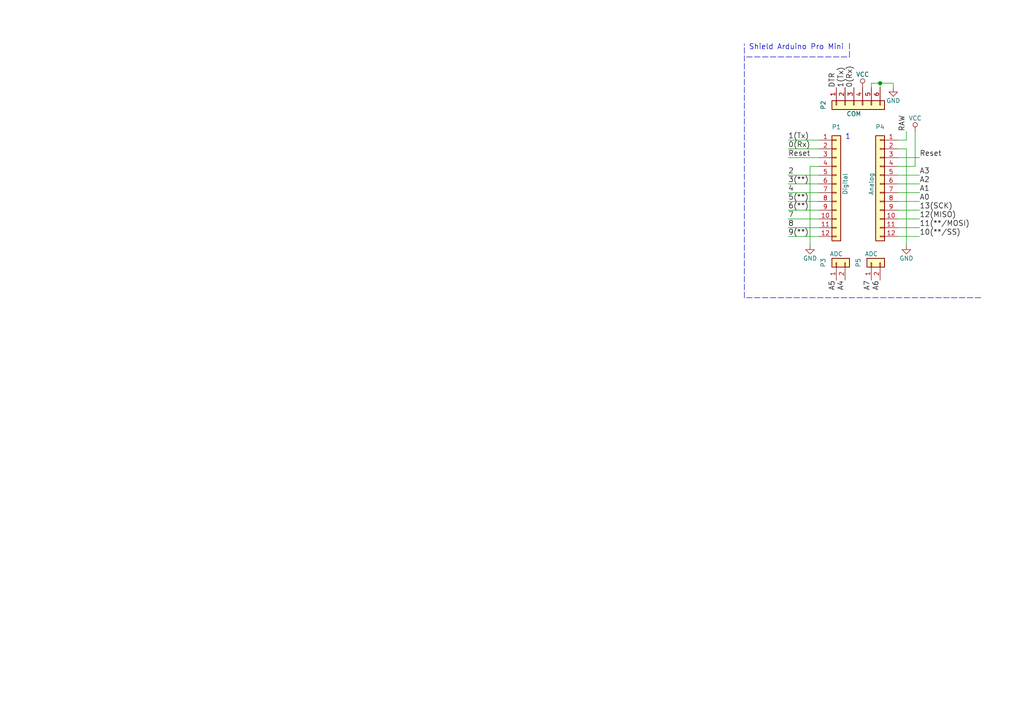
<source format=kicad_sch>
(kicad_sch (version 20210126) (generator eeschema)
  (paper "A4")
  (title_block (date "sam. 04 avril 2015"))
  (lib_symbols
    (symbol "Connector_Generic:Conn_01x02" (pin_names (offset 1.016) hide)
      (property "Reference" "J" (at 0 2.54 0))
      (property "Value" "Conn_01x02" (at 0 -5.08 0))
      (symbol "Conn_01x02_1_1"
        (rectangle (start -1.27 -2.413) (end 0 -2.667) (stroke (width 0.1524)))
        (rectangle (start -1.27 0.127) (end 0 -0.127) (stroke (width 0.1524)))
        (rectangle (start -1.27 1.27) (end 1.27 -3.81) (stroke (width 0.254)) (fill (type background)))
        (pin passive line (at -5.08 0 0) (length 3.81) (name "Pin_1") (number "1"))
        (pin passive line (at -5.08 -2.54 0) (length 3.81) (name "Pin_2") (number "2"))
      )
    )
    (symbol "Connector_Generic:Conn_01x06" (pin_names (offset 1.016) hide)
      (property "Reference" "J" (at 0 7.62 0))
      (property "Value" "Conn_01x06" (at 0 -10.16 0))
      (symbol "Conn_01x06_1_1"
        (rectangle (start -1.27 -4.953) (end 0 -5.207) (stroke (width 0.1524)))
        (rectangle (start -1.27 -7.493) (end 0 -7.747) (stroke (width 0.1524)))
        (rectangle (start -1.27 -2.413) (end 0 -2.667) (stroke (width 0.1524)))
        (rectangle (start -1.27 2.667) (end 0 2.413) (stroke (width 0.1524)))
        (rectangle (start -1.27 5.207) (end 0 4.953) (stroke (width 0.1524)))
        (rectangle (start -1.27 6.35) (end 1.27 -8.89) (stroke (width 0.254)) (fill (type background)))
        (rectangle (start -1.27 0.127) (end 0 -0.127) (stroke (width 0.1524)))
        (pin passive line (at -5.08 5.08 0) (length 3.81) (name "Pin_1") (number "1"))
        (pin passive line (at -5.08 2.54 0) (length 3.81) (name "Pin_2") (number "2"))
        (pin passive line (at -5.08 0 0) (length 3.81) (name "Pin_3") (number "3"))
        (pin passive line (at -5.08 -2.54 0) (length 3.81) (name "Pin_4") (number "4"))
        (pin passive line (at -5.08 -5.08 0) (length 3.81) (name "Pin_5") (number "5"))
        (pin passive line (at -5.08 -7.62 0) (length 3.81) (name "Pin_6") (number "6"))
      )
    )
    (symbol "Connector_Generic:Conn_01x12" (pin_names (offset 1.016) hide)
      (property "Reference" "J" (at 0 15.24 0))
      (property "Value" "Conn_01x12" (at 0 -17.78 0))
      (symbol "Conn_01x12_1_1"
        (rectangle (start -1.27 -4.953) (end 0 -5.207) (stroke (width 0.1524)))
        (rectangle (start -1.27 -7.493) (end 0 -7.747) (stroke (width 0.1524)))
        (rectangle (start -1.27 -10.033) (end 0 -10.287) (stroke (width 0.1524)))
        (rectangle (start -1.27 -12.573) (end 0 -12.827) (stroke (width 0.1524)))
        (rectangle (start -1.27 -15.113) (end 0 -15.367) (stroke (width 0.1524)))
        (rectangle (start -1.27 -2.413) (end 0 -2.667) (stroke (width 0.1524)))
        (rectangle (start -1.27 2.667) (end 0 2.413) (stroke (width 0.1524)))
        (rectangle (start -1.27 5.207) (end 0 4.953) (stroke (width 0.1524)))
        (rectangle (start -1.27 7.747) (end 0 7.493) (stroke (width 0.1524)))
        (rectangle (start -1.27 10.287) (end 0 10.033) (stroke (width 0.1524)))
        (rectangle (start -1.27 0.127) (end 0 -0.127) (stroke (width 0.1524)))
        (rectangle (start -1.27 12.827) (end 0 12.573) (stroke (width 0.1524)))
        (rectangle (start -1.27 13.97) (end 1.27 -16.51) (stroke (width 0.254)) (fill (type background)))
        (pin passive line (at -5.08 12.7 0) (length 3.81) (name "Pin_1") (number "1"))
        (pin passive line (at -5.08 -10.16 0) (length 3.81) (name "Pin_10") (number "10"))
        (pin passive line (at -5.08 -12.7 0) (length 3.81) (name "Pin_11") (number "11"))
        (pin passive line (at -5.08 -15.24 0) (length 3.81) (name "Pin_12") (number "12"))
        (pin passive line (at -5.08 10.16 0) (length 3.81) (name "Pin_2") (number "2"))
        (pin passive line (at -5.08 7.62 0) (length 3.81) (name "Pin_3") (number "3"))
        (pin passive line (at -5.08 5.08 0) (length 3.81) (name "Pin_4") (number "4"))
        (pin passive line (at -5.08 2.54 0) (length 3.81) (name "Pin_5") (number "5"))
        (pin passive line (at -5.08 0 0) (length 3.81) (name "Pin_6") (number "6"))
        (pin passive line (at -5.08 -2.54 0) (length 3.81) (name "Pin_7") (number "7"))
        (pin passive line (at -5.08 -5.08 0) (length 3.81) (name "Pin_8") (number "8"))
        (pin passive line (at -5.08 -7.62 0) (length 3.81) (name "Pin_9") (number "9"))
      )
    )
    (symbol "power:GND" (power) (pin_names (offset 0))
      (property "Value" "GND" (at 0 -3.81 0))
      (symbol "GND_0_1"
        (polyline (pts (xy 0 0) (xy 0 -1.27) (xy 1.27 -1.27) (xy 0 -2.54) (xy -1.27 -1.27) (xy 0 -1.27)))
      )
      (symbol "GND_1_1"
        (pin power_in line (at 0 0 270) (length 0) hide (name "GND") (number "1"))
      )
    )
    (symbol "power:VCC" (power) (pin_names (offset 0))
      (property "Value" "VCC" (at 0 3.81 0))
      (symbol "VCC_0_1"
        (circle (center 0 1.905) (radius 0.635))
        (polyline (pts (xy 0 0) (xy 0 1.27)))
      )
      (symbol "VCC_1_1"
        (pin power_in line (at 0 0 90) (length 0) hide (name "VCC") (number "1"))
      )
    )
  )
  (junction (at 255.27 24.13) (diameter 1.016))
  (wire (pts (xy 228.6 43.18) (xy 237.49 43.18)))
  (wire (pts (xy 228.6 50.8) (xy 237.49 50.8)))
  (wire (pts (xy 228.6 58.42) (xy 237.49 58.42)))
  (wire (pts (xy 228.6 63.5) (xy 237.49 63.5)))
  (wire (pts (xy 234.95 48.26) (xy 234.95 71.12)))
  (wire (pts (xy 237.49 40.64) (xy 228.6 40.64)))
  (wire (pts (xy 237.49 45.72) (xy 228.6 45.72)))
  (wire (pts (xy 237.49 48.26) (xy 234.95 48.26)))
  (wire (pts (xy 237.49 53.34) (xy 228.6 53.34)))
  (wire (pts (xy 237.49 55.88) (xy 228.6 55.88)))
  (wire (pts (xy 237.49 60.96) (xy 228.6 60.96)))
  (wire (pts (xy 237.49 66.04) (xy 228.6 66.04)))
  (wire (pts (xy 237.49 68.58) (xy 228.6 68.58)))
  (wire (pts (xy 252.73 24.13) (xy 255.27 24.13)))
  (wire (pts (xy 252.73 25.4) (xy 252.73 24.13)))
  (wire (pts (xy 255.27 24.13) (xy 255.27 25.4)))
  (wire (pts (xy 255.27 24.13) (xy 259.08 24.13)))
  (wire (pts (xy 259.08 24.13) (xy 259.08 25.4)))
  (wire (pts (xy 260.35 43.18) (xy 262.89 43.18)))
  (wire (pts (xy 260.35 45.72) (xy 266.7 45.72)))
  (wire (pts (xy 260.35 48.26) (xy 265.43 48.26)))
  (wire (pts (xy 260.35 53.34) (xy 266.7 53.34)))
  (wire (pts (xy 260.35 58.42) (xy 266.7 58.42)))
  (wire (pts (xy 260.35 63.5) (xy 266.7 63.5)))
  (wire (pts (xy 260.35 68.58) (xy 266.7 68.58)))
  (wire (pts (xy 262.89 38.1) (xy 262.89 40.64)))
  (wire (pts (xy 262.89 40.64) (xy 260.35 40.64)))
  (wire (pts (xy 262.89 43.18) (xy 262.89 71.12)))
  (wire (pts (xy 265.43 48.26) (xy 265.43 38.1)))
  (wire (pts (xy 266.7 50.8) (xy 260.35 50.8)))
  (wire (pts (xy 266.7 55.88) (xy 260.35 55.88)))
  (wire (pts (xy 266.7 60.96) (xy 260.35 60.96)))
  (wire (pts (xy 266.7 66.04) (xy 260.35 66.04)))
  (polyline (pts (xy 215.9 86.36) (xy 215.9 12.7)) (stroke (width 0) (type dash)))
  (polyline (pts (xy 216.535 16.51) (xy 246.38 16.51)) (stroke (width 0) (type dash)))
  (polyline (pts (xy 246.38 16.51) (xy 246.38 12.065)) (stroke (width 0) (type dash)))
  (polyline (pts (xy 284.48 86.36) (xy 215.9 86.36)) (stroke (width 0) (type dash)))
  (text "Shield Arduino Pro Mini \n" (at 217.17 14.605 0) (effects (font (size 1.524 1.524)) (justify left bottom)))
  (text "1" (at 245.11 40.64 0) (effects (font (size 1.524 1.524)) (justify left bottom)))
  (label "1(Tx)" (at 228.6 40.64 0) (effects (font (size 1.524 1.524))))
  (label "0(Rx)" (at 228.6 43.18 0) (effects (font (size 1.524 1.524))))
  (label "Reset" (at 228.6 45.72 0) (effects (font (size 1.524 1.524))))
  (label "2" (at 228.6 50.8 0) (effects (font (size 1.524 1.524))))
  (label "3(**)" (at 228.6 53.34 0) (effects (font (size 1.524 1.524))))
  (label "4" (at 228.6 55.88 0) (effects (font (size 1.524 1.524))))
  (label "5(**)" (at 228.6 58.42 0) (effects (font (size 1.524 1.524))))
  (label "6(**)" (at 228.6 60.96 0) (effects (font (size 1.524 1.524))))
  (label "7" (at 228.6 63.5 0) (effects (font (size 1.524 1.524))))
  (label "8" (at 228.6 66.04 0) (effects (font (size 1.524 1.524))))
  (label "9(**)" (at 228.6 68.58 0) (effects (font (size 1.524 1.524))))
  (label "DTR" (at 242.57 25.4 90) (effects (font (size 1.524 1.524))))
  (label "A5" (at 242.57 81.28 270) (effects (font (size 1.524 1.524))))
  (label "1(Tx)" (at 245.11 25.4 90) (effects (font (size 1.524 1.524))))
  (label "A4" (at 245.11 81.28 270) (effects (font (size 1.524 1.524))))
  (label "0(Rx)" (at 247.65 25.4 90) (effects (font (size 1.524 1.524))))
  (label "A7" (at 252.73 81.28 270) (effects (font (size 1.524 1.524))))
  (label "A6" (at 255.27 81.28 270) (effects (font (size 1.524 1.524))))
  (label "RAW" (at 262.89 38.1 90) (effects (font (size 1.524 1.524))))
  (label "Reset" (at 266.7 45.72 0) (effects (font (size 1.524 1.524))))
  (label "A3" (at 266.7 50.8 0) (effects (font (size 1.524 1.524))))
  (label "A2" (at 266.7 53.34 0) (effects (font (size 1.524 1.524))))
  (label "A1" (at 266.7 55.88 0) (effects (font (size 1.524 1.524))))
  (label "A0" (at 266.7 58.42 0) (effects (font (size 1.524 1.524))))
  (label "13(SCK)" (at 266.7 60.96 0) (effects (font (size 1.524 1.524))))
  (label "12(MISO)" (at 266.7 63.5 0) (effects (font (size 1.524 1.524))))
  (label "11(**/MOSI)" (at 266.7 66.04 0) (effects (font (size 1.524 1.524))))
  (label "10(**/SS)" (at 266.7 68.58 0) (effects (font (size 1.524 1.524))))
  (symbol (lib_id "power:VCC") (at 250.19 25.4 0) (unit 1)
    (property "Reference" "#PWR02" (effects hide))
    (property "Value" "VCC" (at 250.19 21.59 0))
  )
  (symbol (lib_id "power:VCC") (at 265.43 38.1 0) (unit 1)
    (property "Reference" "#PWR05" (effects hide))
    (property "Value" "VCC" (at 265.43 34.29 0))
  )
  (symbol (lib_id "power:GND") (at 234.95 71.12 0) (unit 1)
    (property "Reference" "#PWR03" (effects hide))
    (property "Value" "GND" (at 234.95 74.93 0))
  )
  (symbol (lib_id "power:GND") (at 259.08 25.4 0) (unit 1)
    (property "Reference" "#PWR01" (effects hide))
    (property "Value" "GND" (at 259.08 29.21 0))
  )
  (symbol (lib_id "power:GND") (at 262.89 71.12 0) (unit 1)
    (property "Reference" "#PWR04" (effects hide))
    (property "Value" "GND" (at 262.89 74.93 0))
  )
  (symbol (lib_id "Connector_Generic:Conn_01x02") (at 242.57 76.2 90) (unit 1)
    (property "Reference" "P3" (at 238.76 76.2 0))
    (property "Value" "ADC" (at 242.57 73.66 90))
    (property "Footprint" "Socket_Arduino_Pro_Mini:Socket_Strip_Arduino_1x02" (effects hide))
  )
  (symbol (lib_id "Connector_Generic:Conn_01x02") (at 252.73 76.2 90) (unit 1)
    (property "Reference" "P5" (at 248.92 76.2 0))
    (property "Value" "ADC" (at 252.73 73.66 90))
    (property "Footprint" "Socket_Arduino_Pro_Mini:Socket_Strip_Arduino_1x02" (effects hide))
  )
  (symbol (lib_id "Connector_Generic:Conn_01x06") (at 247.65 30.48 90) (mirror x) (unit 1)
    (property "Reference" "P2" (at 238.76 30.48 0))
    (property "Value" "COM" (at 247.65 33.02 90))
    (property "Footprint" "Socket_Arduino_Pro_Mini:Socket_Strip_Arduino_1x06" (effects hide))
  )
  (symbol (lib_id "Connector_Generic:Conn_01x12") (at 242.57 53.34 0) (unit 1)
    (property "Reference" "P1" (at 242.57 36.83 0))
    (property "Value" "Digital" (at 245.11 53.34 90))
    (property "Footprint" "Socket_Arduino_Pro_Mini:Socket_Strip_Arduino_1x12" (effects hide))
  )
  (symbol (lib_id "Connector_Generic:Conn_01x12") (at 255.27 53.34 0) (mirror y) (unit 1)
    (property "Reference" "P4" (at 255.27 36.83 0))
    (property "Value" "Analog" (at 252.73 53.34 90))
    (property "Footprint" "Socket_Arduino_Pro_Mini:Socket_Strip_Arduino_1x12" (effects hide))
  )
)
</source>
